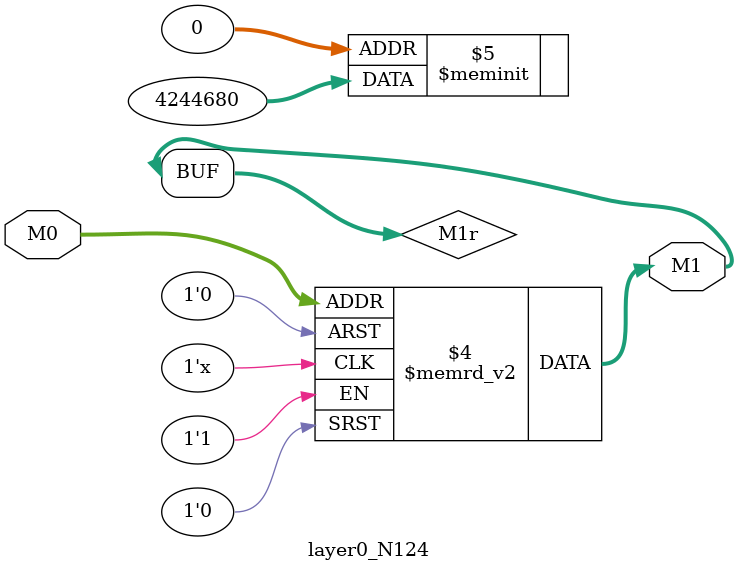
<source format=v>
module layer0_N124 ( input [3:0] M0, output [1:0] M1 );

	(*rom_style = "distributed" *) reg [1:0] M1r;
	assign M1 = M1r;
	always @ (M0) begin
		case (M0)
			4'b0000: M1r = 2'b00;
			4'b1000: M1r = 2'b00;
			4'b0100: M1r = 2'b00;
			4'b1100: M1r = 2'b00;
			4'b0010: M1r = 2'b00;
			4'b1010: M1r = 2'b00;
			4'b0110: M1r = 2'b00;
			4'b1110: M1r = 2'b00;
			4'b0001: M1r = 2'b10;
			4'b1001: M1r = 2'b00;
			4'b0101: M1r = 2'b01;
			4'b1101: M1r = 2'b00;
			4'b0011: M1r = 2'b11;
			4'b1011: M1r = 2'b01;
			4'b0111: M1r = 2'b11;
			4'b1111: M1r = 2'b00;

		endcase
	end
endmodule

</source>
